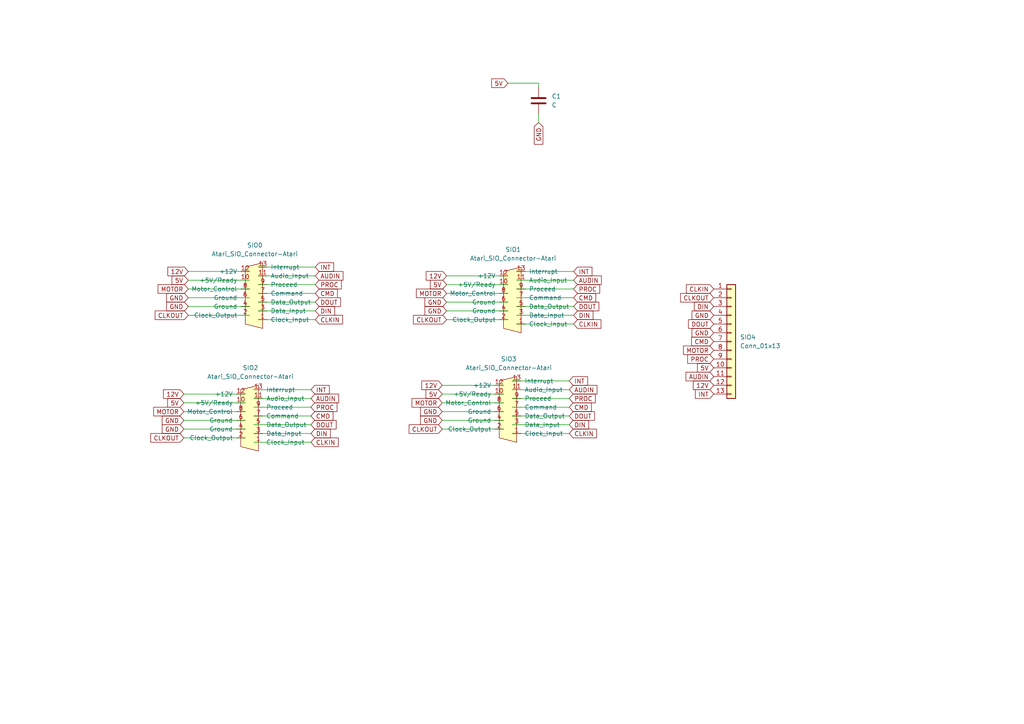
<source format=kicad_sch>
(kicad_sch (version 20231120) (generator "eeschema") (generator_version "8.0")
  (paper "A4")
  (lib_symbols
    (symbol "Atari_SIO_Connector-Atari_2" (pin_names (offset 1.016))
      (property "Reference" "SIO0" (at 12.7 4.826 90))
      (property "Value" "Atari_SIO_Connector-Atari" (at 10.16 4.826 90))
      (symbol "Atari_SIO_Connector-Atari_2_0_1"
        (polyline (pts (xy -10.414 19.558) (xy -10.414 19.558)))
        (polyline (pts (xy -10.16 7.62) (xy -11.43 2.54) (xy 7.62 2.54) (xy 6.35 7.62) (xy -10.16 7.62)) (fill (type background)))
      )
      (symbol "Atari_SIO_Connector-Atari_2_1_1"
        (pin bidirectional line (at -8.89 3.81 270) (length 2.54) (name "Clock_Input") (number "1"))
        (pin bidirectional line (at 2.54 6.35 90) (length 2.54) (name "+5V/Ready") (number "10"))
        (pin bidirectional line (at 3.81 3.81 270) (length 2.54) (name "Audio_Input") (number "11"))
        (pin bidirectional line (at 5.08 6.35 90) (length 2.54) (name "+12V") (number "12"))
        (pin bidirectional line (at 6.35 3.81 270) (length 2.54) (name "Interrupt") (number "13"))
        (pin bidirectional line (at -7.62 6.35 90) (length 2.54) (name "Clock_Output") (number "2"))
        (pin bidirectional line (at -6.35 3.81 270) (length 2.54) (name "Data_Input") (number "3"))
        (pin passive line (at -5.08 6.35 90) (length 2.54) (name "Ground") (number "4"))
        (pin bidirectional line (at -3.81 3.81 270) (length 2.54) (name "Data_Output") (number "5"))
        (pin passive line (at -2.54 6.35 90) (length 2.54) (name "Ground") (number "6"))
        (pin bidirectional line (at -1.27 3.81 270) (length 2.54) (name "Command") (number "7"))
        (pin bidirectional line (at 0 6.35 90) (length 2.54) (name "Motor_Control") (number "8"))
        (pin bidirectional line (at 1.27 3.81 270) (length 2.54) (name "Proceed") (number "9"))
      )
    )
    (symbol "Connector_Generic:Conn_01x13" (pin_names (offset 1.016) hide)
      (property "Reference" "J" (at 0 17.78 0))
      (property "Value" "Conn_01x13" (at 0 -17.78 0))
      (symbol "Conn_01x13_1_1"
        (rectangle (start -1.27 -15.113) (end 0 -15.367) (stroke (width 0.1524)))
        (rectangle (start -1.27 -12.573) (end 0 -12.827) (stroke (width 0.1524)))
        (rectangle (start -1.27 -10.033) (end 0 -10.287) (stroke (width 0.1524)))
        (rectangle (start -1.27 -7.493) (end 0 -7.747) (stroke (width 0.1524)))
        (rectangle (start -1.27 -4.953) (end 0 -5.207) (stroke (width 0.1524)))
        (rectangle (start -1.27 -2.413) (end 0 -2.667) (stroke (width 0.1524)))
        (rectangle (start -1.27 0.127) (end 0 -0.127) (stroke (width 0.1524)))
        (rectangle (start -1.27 2.667) (end 0 2.413) (stroke (width 0.1524)))
        (rectangle (start -1.27 5.207) (end 0 4.953) (stroke (width 0.1524)))
        (rectangle (start -1.27 7.747) (end 0 7.493) (stroke (width 0.1524)))
        (rectangle (start -1.27 10.287) (end 0 10.033) (stroke (width 0.1524)))
        (rectangle (start -1.27 12.827) (end 0 12.573) (stroke (width 0.1524)))
        (rectangle (start -1.27 15.367) (end 0 15.113) (stroke (width 0.1524)))
        (rectangle (start -1.27 16.51) (end 1.27 -16.51) (stroke (width 0.254)) (fill (type background)))
        (pin passive line (at -5.08 15.24 0) (length 3.81) (name "Pin_1") (number "1"))
        (pin passive line (at -5.08 -7.62 0) (length 3.81) (name "Pin_10") (number "10"))
        (pin passive line (at -5.08 -10.16 0) (length 3.81) (name "Pin_11") (number "11"))
        (pin passive line (at -5.08 -12.7 0) (length 3.81) (name "Pin_12") (number "12"))
        (pin passive line (at -5.08 -15.24 0) (length 3.81) (name "Pin_13") (number "13"))
        (pin passive line (at -5.08 12.7 0) (length 3.81) (name "Pin_2") (number "2"))
        (pin passive line (at -5.08 10.16 0) (length 3.81) (name "Pin_3") (number "3"))
        (pin passive line (at -5.08 7.62 0) (length 3.81) (name "Pin_4") (number "4"))
        (pin passive line (at -5.08 5.08 0) (length 3.81) (name "Pin_5") (number "5"))
        (pin passive line (at -5.08 2.54 0) (length 3.81) (name "Pin_6") (number "6"))
        (pin passive line (at -5.08 0 0) (length 3.81) (name "Pin_7") (number "7"))
        (pin passive line (at -5.08 -2.54 0) (length 3.81) (name "Pin_8") (number "8"))
        (pin passive line (at -5.08 -5.08 0) (length 3.81) (name "Pin_9") (number "9"))
      )
    )
    (symbol "Device:C" (pin_numbers hide) (pin_names (offset 0.254))
      (property "Reference" "C" (at 0.635 2.54 0))
      (property "Value" "C" (at 0.635 -2.54 0))
      (symbol "C_0_1"
        (polyline (pts (xy -2.032 -0.762) (xy 2.032 -0.762)) (stroke (width 0.508)))
        (polyline (pts (xy -2.032 0.762) (xy 2.032 0.762)) (stroke (width 0.508)))
      )
      (symbol "C_1_1"
        (pin passive line (at 0 3.81 270) (length 2.794) (name "~") (number "1"))
        (pin passive line (at 0 -3.81 90) (length 2.794) (name "~") (number "2"))
      )
    )
  )
  (wire (pts (xy 148.59 125.73) (xy 165.1 125.73)))
  (wire (pts (xy 74.93 92.71) (xy 91.44 92.71)))
  (wire (pts (xy 149.86 88.9) (xy 166.37 88.9)))
  (wire (pts (xy 149.86 78.74) (xy 166.37 78.74)))
  (wire (pts (xy 54.61 78.74) (xy 72.39 78.74)))
  (wire (pts (xy 129.54 82.55) (xy 147.32 82.55)))
  (wire (pts (xy 53.34 121.92) (xy 71.12 121.92)))
  (wire (pts (xy 74.93 80.01) (xy 91.44 80.01)))
  (wire (pts (xy 149.86 93.98) (xy 166.37 93.98)))
  (wire (pts (xy 149.86 86.36) (xy 166.37 86.36)))
  (wire (pts (xy 74.93 77.47) (xy 91.44 77.47)))
  (wire (pts (xy 74.93 87.63) (xy 91.44 87.63)))
  (wire (pts (xy 73.66 115.57) (xy 90.17 115.57)))
  (wire (pts (xy 129.54 80.01) (xy 147.32 80.01)))
  (wire (pts (xy 128.27 124.46) (xy 146.05 124.46)))
  (wire (pts (xy 73.66 123.19) (xy 90.17 123.19)))
  (wire (pts (xy 73.66 128.27) (xy 90.17 128.27)))
  (wire (pts (xy 73.66 118.11) (xy 90.17 118.11)))
  (wire (pts (xy 148.59 120.65) (xy 165.1 120.65)))
  (wire (pts (xy 74.93 90.17) (xy 91.44 90.17)))
  (wire (pts (xy 129.54 87.63) (xy 147.32 87.63)))
  (wire (pts (xy 53.34 124.46) (xy 71.12 124.46)))
  (wire (pts (xy 149.86 83.82) (xy 166.37 83.82)))
  (wire (pts (xy 53.34 127) (xy 71.12 127)))
  (wire (pts (xy 73.66 120.65) (xy 90.17 120.65)))
  (wire (pts (xy 148.59 123.19) (xy 165.1 123.19)))
  (wire (pts (xy 54.61 86.36) (xy 72.39 86.36)))
  (wire (pts (xy 128.27 121.92) (xy 146.05 121.92)))
  (wire (pts (xy 74.93 82.55) (xy 91.44 82.55)))
  (wire (pts (xy 128.27 114.3) (xy 146.05 114.3)))
  (wire (pts (xy 54.61 91.44) (xy 72.39 91.44)))
  (wire (pts (xy 148.59 113.03) (xy 165.1 113.03)))
  (wire (pts (xy 128.27 116.84) (xy 146.05 116.84)))
  (wire (pts (xy 147.32 24.13) (xy 156.21 24.13)))
  (wire (pts (xy 156.21 35.56) (xy 156.21 33.02)))
  (wire (pts (xy 148.59 110.49) (xy 165.1 110.49)))
  (wire (pts (xy 148.59 118.11) (xy 165.1 118.11)))
  (wire (pts (xy 54.61 83.82) (xy 72.39 83.82)))
  (wire (pts (xy 73.66 125.73) (xy 90.17 125.73)))
  (wire (pts (xy 53.34 119.38) (xy 71.12 119.38)))
  (wire (pts (xy 53.34 114.3) (xy 71.12 114.3)))
  (wire (pts (xy 54.61 88.9) (xy 72.39 88.9)))
  (wire (pts (xy 129.54 85.09) (xy 147.32 85.09)))
  (wire (pts (xy 74.93 85.09) (xy 91.44 85.09)))
  (wire (pts (xy 128.27 119.38) (xy 146.05 119.38)))
  (wire (pts (xy 53.34 116.84) (xy 71.12 116.84)))
  (wire (pts (xy 149.86 91.44) (xy 166.37 91.44)))
  (wire (pts (xy 148.59 115.57) (xy 165.1 115.57)))
  (wire (pts (xy 128.27 111.76) (xy 146.05 111.76)))
  (wire (pts (xy 129.54 92.71) (xy 147.32 92.71)))
  (wire (pts (xy 156.21 24.13) (xy 156.21 25.4)))
  (wire (pts (xy 129.54 90.17) (xy 147.32 90.17)))
  (wire (pts (xy 73.66 113.03) (xy 90.17 113.03)))
  (wire (pts (xy 149.86 81.28) (xy 166.37 81.28)))
  (wire (pts (xy 54.61 81.28) (xy 72.39 81.28)))
  (global_label "INT" (shape input) (at 90.17 113.03 0) (property "Intersheetrefs" "${INTERSHEET_REFS}" (effects (hide yes))))
  (global_label "CLKIN" (shape input) (at 90.17 128.27 0) (property "Intersheetrefs" "${INTERSHEET_REFS}" (effects (hide yes))))
  (global_label "GND" (shape input) (at 128.27 119.38 180) (property "Intersheetrefs" "${INTERSHEET_REFS}" (effects (hide yes))))
  (global_label "DIN" (shape input) (at 165.1 123.19 0) (property "Intersheetrefs" "${INTERSHEET_REFS}" (effects (hide yes))))
  (global_label "DIN" (shape input) (at 90.17 125.73 0) (property "Intersheetrefs" "${INTERSHEET_REFS}" (effects (hide yes))))
  (global_label "AUDIN" (shape input) (at 90.17 115.57 0) (property "Intersheetrefs" "${INTERSHEET_REFS}" (effects (hide yes))))
  (global_label "PROC" (shape input) (at 91.44 82.55 0) (property "Intersheetrefs" "${INTERSHEET_REFS}" (effects (hide yes))))
  (global_label "CLKOUT" (shape input) (at 53.34 127 180) (property "Intersheetrefs" "${INTERSHEET_REFS}" (effects (hide yes))))
  (global_label "DIN" (shape input) (at 91.44 90.17 0) (property "Intersheetrefs" "${INTERSHEET_REFS}" (effects (hide yes))))
  (global_label "CLKOUT" (shape input) (at 129.54 92.71 180) (property "Intersheetrefs" "${INTERSHEET_REFS}" (effects (hide yes))))
  (global_label "DIN" (shape input) (at 207.01 88.9 180) (property "Intersheetrefs" "${INTERSHEET_REFS}" (effects (hide yes))))
  (global_label "5V" (shape input) (at 128.27 114.3 180) (property "Intersheetrefs" "${INTERSHEET_REFS}" (effects (hide yes))))
  (global_label "GND" (shape input) (at 207.01 91.44 180) (property "Intersheetrefs" "${INTERSHEET_REFS}" (effects (hide yes))))
  (global_label "AUDIN" (shape input) (at 91.44 80.01 0) (property "Intersheetrefs" "${INTERSHEET_REFS}" (effects (hide yes))))
  (global_label "GND" (shape input) (at 128.27 121.92 180) (property "Intersheetrefs" "${INTERSHEET_REFS}" (effects (hide yes))))
  (global_label "GND" (shape input) (at 53.34 121.92 180) (property "Intersheetrefs" "${INTERSHEET_REFS}" (effects (hide yes))))
  (global_label "CLKIN" (shape input) (at 165.1 125.73 0) (property "Intersheetrefs" "${INTERSHEET_REFS}" (effects (hide yes))))
  (global_label "CLKIN" (shape input) (at 91.44 92.71 0) (property "Intersheetrefs" "${INTERSHEET_REFS}" (effects (hide yes))))
  (global_label "GND" (shape input) (at 156.21 35.56 270) (property "Intersheetrefs" "${INTERSHEET_REFS}" (effects (hide yes))))
  (global_label "CMD" (shape input) (at 165.1 118.11 0) (property "Intersheetrefs" "${INTERSHEET_REFS}" (effects (hide yes))))
  (global_label "12V" (shape input) (at 207.01 111.76 180) (property "Intersheetrefs" "${INTERSHEET_REFS}" (effects (hide yes))))
  (global_label "DOUT" (shape input) (at 90.17 123.19 0) (property "Intersheetrefs" "${INTERSHEET_REFS}" (effects (hide yes))))
  (global_label "GND" (shape input) (at 54.61 86.36 180) (property "Intersheetrefs" "${INTERSHEET_REFS}" (effects (hide yes))))
  (global_label "AUDIN" (shape input) (at 165.1 113.03 0) (property "Intersheetrefs" "${INTERSHEET_REFS}" (effects (hide yes))))
  (global_label "INT" (shape input) (at 166.37 78.74 0) (property "Intersheetrefs" "${INTERSHEET_REFS}" (effects (hide yes))))
  (global_label "GND" (shape input) (at 129.54 87.63 180) (property "Intersheetrefs" "${INTERSHEET_REFS}" (effects (hide yes))))
  (global_label "CMD" (shape input) (at 91.44 85.09 0) (property "Intersheetrefs" "${INTERSHEET_REFS}" (effects (hide yes))))
  (global_label "DOUT" (shape input) (at 165.1 120.65 0) (property "Intersheetrefs" "${INTERSHEET_REFS}" (effects (hide yes))))
  (global_label "12V" (shape input) (at 128.27 111.76 180) (property "Intersheetrefs" "${INTERSHEET_REFS}" (effects (hide yes))))
  (global_label "AUDIN" (shape input) (at 207.01 109.22 180) (property "Intersheetrefs" "${INTERSHEET_REFS}" (effects (hide yes))))
  (global_label "5V" (shape input) (at 147.32 24.13 180) (property "Intersheetrefs" "${INTERSHEET_REFS}" (effects (hide yes))))
  (global_label "DOUT" (shape input) (at 91.44 87.63 0) (property "Intersheetrefs" "${INTERSHEET_REFS}" (effects (hide yes))))
  (global_label "GND" (shape input) (at 207.01 96.52 180) (property "Intersheetrefs" "${INTERSHEET_REFS}" (effects (hide yes))))
  (global_label "5V" (shape input) (at 129.54 82.55 180) (property "Intersheetrefs" "${INTERSHEET_REFS}" (effects (hide yes))))
  (global_label "CLKOUT" (shape input) (at 207.01 86.36 180) (property "Intersheetrefs" "${INTERSHEET_REFS}" (effects (hide yes))))
  (global_label "MOTOR" (shape input) (at 129.54 85.09 180) (property "Intersheetrefs" "${INTERSHEET_REFS}" (effects (hide yes))))
  (global_label "MOTOR" (shape input) (at 207.01 101.6 180) (property "Intersheetrefs" "${INTERSHEET_REFS}" (effects (hide yes))))
  (global_label "CMD" (shape input) (at 207.01 99.06 180) (property "Intersheetrefs" "${INTERSHEET_REFS}" (effects (hide yes))))
  (global_label "INT" (shape input) (at 91.44 77.47 0) (property "Intersheetrefs" "${INTERSHEET_REFS}" (effects (hide yes))))
  (global_label "DIN" (shape input) (at 166.37 91.44 0) (property "Intersheetrefs" "${INTERSHEET_REFS}" (effects (hide yes))))
  (global_label "GND" (shape input) (at 54.61 88.9 180) (property "Intersheetrefs" "${INTERSHEET_REFS}" (effects (hide yes))))
  (global_label "CMD" (shape input) (at 166.37 86.36 0) (property "Intersheetrefs" "${INTERSHEET_REFS}" (effects (hide yes))))
  (global_label "CLKOUT" (shape input) (at 54.61 91.44 180) (property "Intersheetrefs" "${INTERSHEET_REFS}" (effects (hide yes))))
  (global_label "CLKIN" (shape input) (at 166.37 93.98 0) (property "Intersheetrefs" "${INTERSHEET_REFS}" (effects (hide yes))))
  (global_label "MOTOR" (shape input) (at 54.61 83.82 180) (property "Intersheetrefs" "${INTERSHEET_REFS}" (effects (hide yes))))
  (global_label "GND" (shape input) (at 129.54 90.17 180) (property "Intersheetrefs" "${INTERSHEET_REFS}" (effects (hide yes))))
  (global_label "MOTOR" (shape input) (at 53.34 119.38 180) (property "Intersheetrefs" "${INTERSHEET_REFS}" (effects (hide yes))))
  (global_label "12V" (shape input) (at 129.54 80.01 180) (property "Intersheetrefs" "${INTERSHEET_REFS}" (effects (hide yes))))
  (global_label "AUDIN" (shape input) (at 166.37 81.28 0) (property "Intersheetrefs" "${INTERSHEET_REFS}" (effects (hide yes))))
  (global_label "CLKIN" (shape input) (at 207.01 83.82 180) (property "Intersheetrefs" "${INTERSHEET_REFS}" (effects (hide yes))))
  (global_label "CMD" (shape input) (at 90.17 120.65 0) (property "Intersheetrefs" "${INTERSHEET_REFS}" (effects (hide yes))))
  (global_label "5V" (shape input) (at 53.34 116.84 180) (property "Intersheetrefs" "${INTERSHEET_REFS}" (effects (hide yes))))
  (global_label "GND" (shape input) (at 53.34 124.46 180) (property "Intersheetrefs" "${INTERSHEET_REFS}" (effects (hide yes))))
  (global_label "PROC" (shape input) (at 165.1 115.57 0) (property "Intersheetrefs" "${INTERSHEET_REFS}" (effects (hide yes))))
  (global_label "5V" (shape input) (at 54.61 81.28 180) (property "Intersheetrefs" "${INTERSHEET_REFS}" (effects (hide yes))))
  (global_label "INT" (shape input) (at 165.1 110.49 0) (property "Intersheetrefs" "${INTERSHEET_REFS}" (effects (hide yes))))
  (global_label "PROC" (shape input) (at 166.37 83.82 0) (property "Intersheetrefs" "${INTERSHEET_REFS}" (effects (hide yes))))
  (global_label "12V" (shape input) (at 53.34 114.3 180) (property "Intersheetrefs" "${INTERSHEET_REFS}" (effects (hide yes))))
  (global_label "PROC" (shape input) (at 207.01 104.14 180) (property "Intersheetrefs" "${INTERSHEET_REFS}" (effects (hide yes))))
  (global_label "DOUT" (shape input) (at 207.01 93.98 180) (property "Intersheetrefs" "${INTERSHEET_REFS}" (effects (hide yes))))
  (global_label "DOUT" (shape input) (at 166.37 88.9 0) (property "Intersheetrefs" "${INTERSHEET_REFS}" (effects (hide yes))))
  (global_label "12V" (shape input) (at 54.61 78.74 180) (property "Intersheetrefs" "${INTERSHEET_REFS}" (effects (hide yes))))
  (global_label "PROC" (shape input) (at 90.17 118.11 0) (property "Intersheetrefs" "${INTERSHEET_REFS}" (effects (hide yes))))
  (global_label "MOTOR" (shape input) (at 128.27 116.84 180) (property "Intersheetrefs" "${INTERSHEET_REFS}" (effects (hide yes))))
  (global_label "INT" (shape input) (at 207.01 114.3 180) (property "Intersheetrefs" "${INTERSHEET_REFS}" (effects (hide yes))))
  (global_label "5V" (shape input) (at 207.01 106.68 180) (property "Intersheetrefs" "${INTERSHEET_REFS}" (effects (hide yes))))
  (global_label "CLKOUT" (shape input) (at 128.27 124.46 180) (property "Intersheetrefs" "${INTERSHEET_REFS}" (effects (hide yes))))
  (symbol (lib_id "Connector_Generic:Conn_01x13") (at 212.09 99.06 0) (unit 1)
    (property "Reference" "SIO4" (at 214.63 97.7899 0) (effects (justify left)))
    (property "Value" "Conn_01x13" (at 214.63 100.3299 0) (effects (justify left)))
    (property "Footprint" "Connector_PinHeader_2.54mm:PinHeader_1x13_P2.54mm_Vertical" (effects (hide yes)))
    (property "Description" "Generic connector, single row, 01x13, script generated (kicad-library-utils/schlib/autogen/connector/)" (effects (hide yes)))
  )
  (symbol (lib_name "Atari_SIO_Connector-Atari_2") (lib_id "SIOSocket:Atari_SIO_Connector-Atari") (at 152.4 116.84 90) (unit 1)
    (property "Reference" "SIO3" (at 147.574 104.14 90))
    (property "Value" "Atari_SIO_Connector-Atari" (at 147.574 106.68 90))
    (property "Footprint" "Atari:Atari_SIO_Socket" (effects (hide yes)))
  )
  (symbol (lib_id "Device:C") (at 156.21 29.21 0) (unit 1)
    (property "Reference" "C1" (at 160.02 27.9399 0) (effects (justify left)))
    (property "Value" "C" (at 160.02 30.4799 0) (effects (justify left)))
    (property "Footprint" "Capacitor_THT:C_Disc_D3.8mm_W2.6mm_P2.50mm" (effects (hide yes)))
    (property "Description" "Unpolarized capacitor" (effects (hide yes)))
  )
  (symbol (lib_name "Atari_SIO_Connector-Atari_2") (lib_id "SIOSocket:Atari_SIO_Connector-Atari") (at 78.74 83.82 90) (unit 1)
    (property "Reference" "SIO0" (at 73.914 71.12 90))
    (property "Value" "Atari_SIO_Connector-Atari" (at 73.914 73.66 90))
    (property "Footprint" "Atari:Atari_SIO_Socket" (effects (hide yes)))
  )
  (symbol (lib_name "Atari_SIO_Connector-Atari_2") (lib_id "SIOSocket:Atari_SIO_Connector-Atari") (at 153.67 85.09 90) (unit 1)
    (property "Reference" "SIO1" (at 148.844 72.39 90))
    (property "Value" "Atari_SIO_Connector-Atari" (at 148.844 74.93 90))
    (property "Footprint" "Atari:Atari_SIO_Socket" (effects (hide yes)))
  )
  (symbol (lib_name "Atari_SIO_Connector-Atari_2") (lib_id "SIOSocket:Atari_SIO_Connector-Atari") (at 77.47 119.38 90) (unit 1)
    (property "Reference" "SIO2" (at 72.644 106.68 90))
    (property "Value" "Atari_SIO_Connector-Atari" (at 72.644 109.22 90))
    (property "Footprint" "Atari:Atari_SIO_Socket" (effects (hide yes)))
  )
)
</source>
